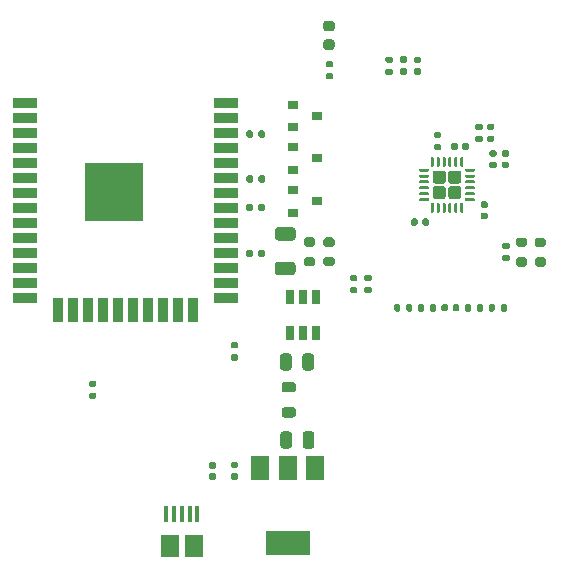
<source format=gbr>
G04 #@! TF.GenerationSoftware,KiCad,Pcbnew,(5.1.7)-1*
G04 #@! TF.CreationDate,2021-04-06T08:46:45-07:00*
G04 #@! TF.ProjectId,EsperDNS,45737065-7244-44e5-932e-6b696361645f,rev?*
G04 #@! TF.SameCoordinates,Original*
G04 #@! TF.FileFunction,Paste,Top*
G04 #@! TF.FilePolarity,Positive*
%FSLAX46Y46*%
G04 Gerber Fmt 4.6, Leading zero omitted, Abs format (unit mm)*
G04 Created by KiCad (PCBNEW (5.1.7)-1) date 2021-04-06 08:46:45*
%MOMM*%
%LPD*%
G01*
G04 APERTURE LIST*
%ADD10R,1.500000X1.900000*%
%ADD11R,0.400000X1.350000*%
%ADD12R,2.000000X0.900000*%
%ADD13R,0.900000X2.000000*%
%ADD14R,5.000000X5.000000*%
%ADD15R,1.500000X2.000000*%
%ADD16R,3.800000X2.000000*%
%ADD17R,0.900000X0.800000*%
%ADD18R,0.700000X1.300000*%
G04 APERTURE END LIST*
D10*
X-10950000Y-22587500D03*
D11*
X-9950000Y-19887500D03*
X-9300000Y-19887500D03*
X-8650000Y-19887500D03*
X-11250000Y-19887500D03*
X-10600000Y-19887500D03*
D10*
X-8950000Y-22587500D03*
G36*
G01*
X250000Y-7475000D02*
X250000Y-6525000D01*
G75*
G02*
X500000Y-6275000I250000J0D01*
G01*
X1000000Y-6275000D01*
G75*
G02*
X1250000Y-6525000I0J-250000D01*
G01*
X1250000Y-7475000D01*
G75*
G02*
X1000000Y-7725000I-250000J0D01*
G01*
X500000Y-7725000D01*
G75*
G02*
X250000Y-7475000I0J250000D01*
G01*
G37*
G36*
G01*
X-1650000Y-7475000D02*
X-1650000Y-6525000D01*
G75*
G02*
X-1400000Y-6275000I250000J0D01*
G01*
X-900000Y-6275000D01*
G75*
G02*
X-650000Y-6525000I0J-250000D01*
G01*
X-650000Y-7475000D01*
G75*
G02*
X-900000Y-7725000I-250000J0D01*
G01*
X-1400000Y-7725000D01*
G75*
G02*
X-1650000Y-7475000I0J250000D01*
G01*
G37*
G36*
G01*
X275000Y-14075000D02*
X275000Y-13125000D01*
G75*
G02*
X525000Y-12875000I250000J0D01*
G01*
X1025000Y-12875000D01*
G75*
G02*
X1275000Y-13125000I0J-250000D01*
G01*
X1275000Y-14075000D01*
G75*
G02*
X1025000Y-14325000I-250000J0D01*
G01*
X525000Y-14325000D01*
G75*
G02*
X275000Y-14075000I0J250000D01*
G01*
G37*
G36*
G01*
X-1625000Y-14075000D02*
X-1625000Y-13125000D01*
G75*
G02*
X-1375000Y-12875000I250000J0D01*
G01*
X-875000Y-12875000D01*
G75*
G02*
X-625000Y-13125000I0J-250000D01*
G01*
X-625000Y-14075000D01*
G75*
G02*
X-875000Y-14325000I-250000J0D01*
G01*
X-1375000Y-14325000D01*
G75*
G02*
X-1625000Y-14075000I0J250000D01*
G01*
G37*
G36*
G01*
X19075000Y2735000D02*
X18525000Y2735000D01*
G75*
G02*
X18325000Y2935000I0J200000D01*
G01*
X18325000Y3335000D01*
G75*
G02*
X18525000Y3535000I200000J0D01*
G01*
X19075000Y3535000D01*
G75*
G02*
X19275000Y3335000I0J-200000D01*
G01*
X19275000Y2935000D01*
G75*
G02*
X19075000Y2735000I-200000J0D01*
G01*
G37*
G36*
G01*
X19075000Y1085000D02*
X18525000Y1085000D01*
G75*
G02*
X18325000Y1285000I0J200000D01*
G01*
X18325000Y1685000D01*
G75*
G02*
X18525000Y1885000I200000J0D01*
G01*
X19075000Y1885000D01*
G75*
G02*
X19275000Y1685000I0J-200000D01*
G01*
X19275000Y1285000D01*
G75*
G02*
X19075000Y1085000I-200000J0D01*
G01*
G37*
G36*
G01*
X20125000Y1875000D02*
X20675000Y1875000D01*
G75*
G02*
X20875000Y1675000I0J-200000D01*
G01*
X20875000Y1275000D01*
G75*
G02*
X20675000Y1075000I-200000J0D01*
G01*
X20125000Y1075000D01*
G75*
G02*
X19925000Y1275000I0J200000D01*
G01*
X19925000Y1675000D01*
G75*
G02*
X20125000Y1875000I200000J0D01*
G01*
G37*
G36*
G01*
X20125000Y3525000D02*
X20675000Y3525000D01*
G75*
G02*
X20875000Y3325000I0J-200000D01*
G01*
X20875000Y2925000D01*
G75*
G02*
X20675000Y2725000I-200000J0D01*
G01*
X20125000Y2725000D01*
G75*
G02*
X19925000Y2925000I0J200000D01*
G01*
X19925000Y3325000D01*
G75*
G02*
X20125000Y3525000I200000J0D01*
G01*
G37*
G36*
G01*
X-1281250Y-10825000D02*
X-518750Y-10825000D01*
G75*
G02*
X-300000Y-11043750I0J-218750D01*
G01*
X-300000Y-11481250D01*
G75*
G02*
X-518750Y-11700000I-218750J0D01*
G01*
X-1281250Y-11700000D01*
G75*
G02*
X-1500000Y-11481250I0J218750D01*
G01*
X-1500000Y-11043750D01*
G75*
G02*
X-1281250Y-10825000I218750J0D01*
G01*
G37*
G36*
G01*
X-1281250Y-8700000D02*
X-518750Y-8700000D01*
G75*
G02*
X-300000Y-8918750I0J-218750D01*
G01*
X-300000Y-9356250D01*
G75*
G02*
X-518750Y-9575000I-218750J0D01*
G01*
X-1281250Y-9575000D01*
G75*
G02*
X-1500000Y-9356250I0J218750D01*
G01*
X-1500000Y-8918750D01*
G75*
G02*
X-1281250Y-8700000I218750J0D01*
G01*
G37*
G36*
G01*
X-3940000Y2385000D02*
X-3940000Y2015000D01*
G75*
G02*
X-4075000Y1880000I-135000J0D01*
G01*
X-4345000Y1880000D01*
G75*
G02*
X-4480000Y2015000I0J135000D01*
G01*
X-4480000Y2385000D01*
G75*
G02*
X-4345000Y2520000I135000J0D01*
G01*
X-4075000Y2520000D01*
G75*
G02*
X-3940000Y2385000I0J-135000D01*
G01*
G37*
G36*
G01*
X-2920000Y2385000D02*
X-2920000Y2015000D01*
G75*
G02*
X-3055000Y1880000I-135000J0D01*
G01*
X-3325000Y1880000D01*
G75*
G02*
X-3460000Y2015000I0J135000D01*
G01*
X-3460000Y2385000D01*
G75*
G02*
X-3325000Y2520000I135000J0D01*
G01*
X-3055000Y2520000D01*
G75*
G02*
X-2920000Y2385000I0J-135000D01*
G01*
G37*
G36*
G01*
X12415000Y8965000D02*
X12415000Y8335000D01*
G75*
G02*
X12165000Y8085000I-250000J0D01*
G01*
X11535000Y8085000D01*
G75*
G02*
X11285000Y8335000I0J250000D01*
G01*
X11285000Y8965000D01*
G75*
G02*
X11535000Y9215000I250000J0D01*
G01*
X12165000Y9215000D01*
G75*
G02*
X12415000Y8965000I0J-250000D01*
G01*
G37*
G36*
G01*
X12415000Y7665000D02*
X12415000Y7035000D01*
G75*
G02*
X12165000Y6785000I-250000J0D01*
G01*
X11535000Y6785000D01*
G75*
G02*
X11285000Y7035000I0J250000D01*
G01*
X11285000Y7665000D01*
G75*
G02*
X11535000Y7915000I250000J0D01*
G01*
X12165000Y7915000D01*
G75*
G02*
X12415000Y7665000I0J-250000D01*
G01*
G37*
G36*
G01*
X13715000Y8965000D02*
X13715000Y8335000D01*
G75*
G02*
X13465000Y8085000I-250000J0D01*
G01*
X12835000Y8085000D01*
G75*
G02*
X12585000Y8335000I0J250000D01*
G01*
X12585000Y8965000D01*
G75*
G02*
X12835000Y9215000I250000J0D01*
G01*
X13465000Y9215000D01*
G75*
G02*
X13715000Y8965000I0J-250000D01*
G01*
G37*
G36*
G01*
X13715000Y7665000D02*
X13715000Y7035000D01*
G75*
G02*
X13465000Y6785000I-250000J0D01*
G01*
X12835000Y6785000D01*
G75*
G02*
X12585000Y7035000I0J250000D01*
G01*
X12585000Y7665000D01*
G75*
G02*
X12835000Y7915000I250000J0D01*
G01*
X13465000Y7915000D01*
G75*
G02*
X13715000Y7665000I0J-250000D01*
G01*
G37*
G36*
G01*
X13875000Y6412500D02*
X13875000Y5712500D01*
G75*
G02*
X13812500Y5650000I-62500J0D01*
G01*
X13687500Y5650000D01*
G75*
G02*
X13625000Y5712500I0J62500D01*
G01*
X13625000Y6412500D01*
G75*
G02*
X13687500Y6475000I62500J0D01*
G01*
X13812500Y6475000D01*
G75*
G02*
X13875000Y6412500I0J-62500D01*
G01*
G37*
G36*
G01*
X13375000Y6412500D02*
X13375000Y5712500D01*
G75*
G02*
X13312500Y5650000I-62500J0D01*
G01*
X13187500Y5650000D01*
G75*
G02*
X13125000Y5712500I0J62500D01*
G01*
X13125000Y6412500D01*
G75*
G02*
X13187500Y6475000I62500J0D01*
G01*
X13312500Y6475000D01*
G75*
G02*
X13375000Y6412500I0J-62500D01*
G01*
G37*
G36*
G01*
X12875000Y6412500D02*
X12875000Y5712500D01*
G75*
G02*
X12812500Y5650000I-62500J0D01*
G01*
X12687500Y5650000D01*
G75*
G02*
X12625000Y5712500I0J62500D01*
G01*
X12625000Y6412500D01*
G75*
G02*
X12687500Y6475000I62500J0D01*
G01*
X12812500Y6475000D01*
G75*
G02*
X12875000Y6412500I0J-62500D01*
G01*
G37*
G36*
G01*
X12375000Y6412500D02*
X12375000Y5712500D01*
G75*
G02*
X12312500Y5650000I-62500J0D01*
G01*
X12187500Y5650000D01*
G75*
G02*
X12125000Y5712500I0J62500D01*
G01*
X12125000Y6412500D01*
G75*
G02*
X12187500Y6475000I62500J0D01*
G01*
X12312500Y6475000D01*
G75*
G02*
X12375000Y6412500I0J-62500D01*
G01*
G37*
G36*
G01*
X11875000Y6412500D02*
X11875000Y5712500D01*
G75*
G02*
X11812500Y5650000I-62500J0D01*
G01*
X11687500Y5650000D01*
G75*
G02*
X11625000Y5712500I0J62500D01*
G01*
X11625000Y6412500D01*
G75*
G02*
X11687500Y6475000I62500J0D01*
G01*
X11812500Y6475000D01*
G75*
G02*
X11875000Y6412500I0J-62500D01*
G01*
G37*
G36*
G01*
X11375000Y6412500D02*
X11375000Y5712500D01*
G75*
G02*
X11312500Y5650000I-62500J0D01*
G01*
X11187500Y5650000D01*
G75*
G02*
X11125000Y5712500I0J62500D01*
G01*
X11125000Y6412500D01*
G75*
G02*
X11187500Y6475000I62500J0D01*
G01*
X11312500Y6475000D01*
G75*
G02*
X11375000Y6412500I0J-62500D01*
G01*
G37*
G36*
G01*
X10975000Y6812500D02*
X10975000Y6687500D01*
G75*
G02*
X10912500Y6625000I-62500J0D01*
G01*
X10212500Y6625000D01*
G75*
G02*
X10150000Y6687500I0J62500D01*
G01*
X10150000Y6812500D01*
G75*
G02*
X10212500Y6875000I62500J0D01*
G01*
X10912500Y6875000D01*
G75*
G02*
X10975000Y6812500I0J-62500D01*
G01*
G37*
G36*
G01*
X10975000Y7312500D02*
X10975000Y7187500D01*
G75*
G02*
X10912500Y7125000I-62500J0D01*
G01*
X10212500Y7125000D01*
G75*
G02*
X10150000Y7187500I0J62500D01*
G01*
X10150000Y7312500D01*
G75*
G02*
X10212500Y7375000I62500J0D01*
G01*
X10912500Y7375000D01*
G75*
G02*
X10975000Y7312500I0J-62500D01*
G01*
G37*
G36*
G01*
X10975000Y7812500D02*
X10975000Y7687500D01*
G75*
G02*
X10912500Y7625000I-62500J0D01*
G01*
X10212500Y7625000D01*
G75*
G02*
X10150000Y7687500I0J62500D01*
G01*
X10150000Y7812500D01*
G75*
G02*
X10212500Y7875000I62500J0D01*
G01*
X10912500Y7875000D01*
G75*
G02*
X10975000Y7812500I0J-62500D01*
G01*
G37*
G36*
G01*
X10975000Y8312500D02*
X10975000Y8187500D01*
G75*
G02*
X10912500Y8125000I-62500J0D01*
G01*
X10212500Y8125000D01*
G75*
G02*
X10150000Y8187500I0J62500D01*
G01*
X10150000Y8312500D01*
G75*
G02*
X10212500Y8375000I62500J0D01*
G01*
X10912500Y8375000D01*
G75*
G02*
X10975000Y8312500I0J-62500D01*
G01*
G37*
G36*
G01*
X10975000Y8812500D02*
X10975000Y8687500D01*
G75*
G02*
X10912500Y8625000I-62500J0D01*
G01*
X10212500Y8625000D01*
G75*
G02*
X10150000Y8687500I0J62500D01*
G01*
X10150000Y8812500D01*
G75*
G02*
X10212500Y8875000I62500J0D01*
G01*
X10912500Y8875000D01*
G75*
G02*
X10975000Y8812500I0J-62500D01*
G01*
G37*
G36*
G01*
X10975000Y9312500D02*
X10975000Y9187500D01*
G75*
G02*
X10912500Y9125000I-62500J0D01*
G01*
X10212500Y9125000D01*
G75*
G02*
X10150000Y9187500I0J62500D01*
G01*
X10150000Y9312500D01*
G75*
G02*
X10212500Y9375000I62500J0D01*
G01*
X10912500Y9375000D01*
G75*
G02*
X10975000Y9312500I0J-62500D01*
G01*
G37*
G36*
G01*
X11375000Y10287500D02*
X11375000Y9587500D01*
G75*
G02*
X11312500Y9525000I-62500J0D01*
G01*
X11187500Y9525000D01*
G75*
G02*
X11125000Y9587500I0J62500D01*
G01*
X11125000Y10287500D01*
G75*
G02*
X11187500Y10350000I62500J0D01*
G01*
X11312500Y10350000D01*
G75*
G02*
X11375000Y10287500I0J-62500D01*
G01*
G37*
G36*
G01*
X11875000Y10287500D02*
X11875000Y9587500D01*
G75*
G02*
X11812500Y9525000I-62500J0D01*
G01*
X11687500Y9525000D01*
G75*
G02*
X11625000Y9587500I0J62500D01*
G01*
X11625000Y10287500D01*
G75*
G02*
X11687500Y10350000I62500J0D01*
G01*
X11812500Y10350000D01*
G75*
G02*
X11875000Y10287500I0J-62500D01*
G01*
G37*
G36*
G01*
X12375000Y10287500D02*
X12375000Y9587500D01*
G75*
G02*
X12312500Y9525000I-62500J0D01*
G01*
X12187500Y9525000D01*
G75*
G02*
X12125000Y9587500I0J62500D01*
G01*
X12125000Y10287500D01*
G75*
G02*
X12187500Y10350000I62500J0D01*
G01*
X12312500Y10350000D01*
G75*
G02*
X12375000Y10287500I0J-62500D01*
G01*
G37*
G36*
G01*
X12875000Y10287500D02*
X12875000Y9587500D01*
G75*
G02*
X12812500Y9525000I-62500J0D01*
G01*
X12687500Y9525000D01*
G75*
G02*
X12625000Y9587500I0J62500D01*
G01*
X12625000Y10287500D01*
G75*
G02*
X12687500Y10350000I62500J0D01*
G01*
X12812500Y10350000D01*
G75*
G02*
X12875000Y10287500I0J-62500D01*
G01*
G37*
G36*
G01*
X13375000Y10287500D02*
X13375000Y9587500D01*
G75*
G02*
X13312500Y9525000I-62500J0D01*
G01*
X13187500Y9525000D01*
G75*
G02*
X13125000Y9587500I0J62500D01*
G01*
X13125000Y10287500D01*
G75*
G02*
X13187500Y10350000I62500J0D01*
G01*
X13312500Y10350000D01*
G75*
G02*
X13375000Y10287500I0J-62500D01*
G01*
G37*
G36*
G01*
X13875000Y10287500D02*
X13875000Y9587500D01*
G75*
G02*
X13812500Y9525000I-62500J0D01*
G01*
X13687500Y9525000D01*
G75*
G02*
X13625000Y9587500I0J62500D01*
G01*
X13625000Y10287500D01*
G75*
G02*
X13687500Y10350000I62500J0D01*
G01*
X13812500Y10350000D01*
G75*
G02*
X13875000Y10287500I0J-62500D01*
G01*
G37*
G36*
G01*
X14850000Y9312500D02*
X14850000Y9187500D01*
G75*
G02*
X14787500Y9125000I-62500J0D01*
G01*
X14087500Y9125000D01*
G75*
G02*
X14025000Y9187500I0J62500D01*
G01*
X14025000Y9312500D01*
G75*
G02*
X14087500Y9375000I62500J0D01*
G01*
X14787500Y9375000D01*
G75*
G02*
X14850000Y9312500I0J-62500D01*
G01*
G37*
G36*
G01*
X14850000Y8812500D02*
X14850000Y8687500D01*
G75*
G02*
X14787500Y8625000I-62500J0D01*
G01*
X14087500Y8625000D01*
G75*
G02*
X14025000Y8687500I0J62500D01*
G01*
X14025000Y8812500D01*
G75*
G02*
X14087500Y8875000I62500J0D01*
G01*
X14787500Y8875000D01*
G75*
G02*
X14850000Y8812500I0J-62500D01*
G01*
G37*
G36*
G01*
X14850000Y8312500D02*
X14850000Y8187500D01*
G75*
G02*
X14787500Y8125000I-62500J0D01*
G01*
X14087500Y8125000D01*
G75*
G02*
X14025000Y8187500I0J62500D01*
G01*
X14025000Y8312500D01*
G75*
G02*
X14087500Y8375000I62500J0D01*
G01*
X14787500Y8375000D01*
G75*
G02*
X14850000Y8312500I0J-62500D01*
G01*
G37*
G36*
G01*
X14850000Y7812500D02*
X14850000Y7687500D01*
G75*
G02*
X14787500Y7625000I-62500J0D01*
G01*
X14087500Y7625000D01*
G75*
G02*
X14025000Y7687500I0J62500D01*
G01*
X14025000Y7812500D01*
G75*
G02*
X14087500Y7875000I62500J0D01*
G01*
X14787500Y7875000D01*
G75*
G02*
X14850000Y7812500I0J-62500D01*
G01*
G37*
G36*
G01*
X14850000Y7312500D02*
X14850000Y7187500D01*
G75*
G02*
X14787500Y7125000I-62500J0D01*
G01*
X14087500Y7125000D01*
G75*
G02*
X14025000Y7187500I0J62500D01*
G01*
X14025000Y7312500D01*
G75*
G02*
X14087500Y7375000I62500J0D01*
G01*
X14787500Y7375000D01*
G75*
G02*
X14850000Y7312500I0J-62500D01*
G01*
G37*
G36*
G01*
X14850000Y6812500D02*
X14850000Y6687500D01*
G75*
G02*
X14787500Y6625000I-62500J0D01*
G01*
X14087500Y6625000D01*
G75*
G02*
X14025000Y6687500I0J62500D01*
G01*
X14025000Y6812500D01*
G75*
G02*
X14087500Y6875000I62500J0D01*
G01*
X14787500Y6875000D01*
G75*
G02*
X14850000Y6812500I0J-62500D01*
G01*
G37*
D12*
X-6200000Y14900000D03*
X-6200000Y13630000D03*
X-6200000Y12360000D03*
X-6200000Y11090000D03*
X-6200000Y9820000D03*
X-6200000Y8550000D03*
X-6200000Y7280000D03*
X-6200000Y6010000D03*
X-6200000Y4740000D03*
X-6200000Y3470000D03*
X-6200000Y2200000D03*
X-6200000Y930000D03*
X-6200000Y-340000D03*
X-6200000Y-1610000D03*
D13*
X-8985000Y-2610000D03*
X-10255000Y-2610000D03*
X-11525000Y-2610000D03*
X-12795000Y-2610000D03*
X-14065000Y-2610000D03*
X-15335000Y-2610000D03*
X-16605000Y-2610000D03*
X-17875000Y-2610000D03*
X-19145000Y-2610000D03*
X-20415000Y-2610000D03*
D12*
X-23200000Y-1610000D03*
X-23200000Y-340000D03*
X-23200000Y930000D03*
X-23200000Y2200000D03*
X-23200000Y3470000D03*
X-23200000Y4740000D03*
X-23200000Y6010000D03*
X-23200000Y7280000D03*
X-23200000Y8550000D03*
X-23200000Y9820000D03*
X-23200000Y11090000D03*
X-23200000Y12360000D03*
X-23200000Y13630000D03*
X-23200000Y14900000D03*
D14*
X-15700000Y7400000D03*
D15*
X1300000Y-16000000D03*
X-3300000Y-16000000D03*
X-1000000Y-16000000D03*
D16*
X-1000000Y-22300000D03*
G36*
G01*
X8985000Y18340000D02*
X8615000Y18340000D01*
G75*
G02*
X8480000Y18475000I0J135000D01*
G01*
X8480000Y18745000D01*
G75*
G02*
X8615000Y18880000I135000J0D01*
G01*
X8985000Y18880000D01*
G75*
G02*
X9120000Y18745000I0J-135000D01*
G01*
X9120000Y18475000D01*
G75*
G02*
X8985000Y18340000I-135000J0D01*
G01*
G37*
G36*
G01*
X8985000Y17320000D02*
X8615000Y17320000D01*
G75*
G02*
X8480000Y17455000I0J135000D01*
G01*
X8480000Y17725000D01*
G75*
G02*
X8615000Y17860000I135000J0D01*
G01*
X8985000Y17860000D01*
G75*
G02*
X9120000Y17725000I0J-135000D01*
G01*
X9120000Y17455000D01*
G75*
G02*
X8985000Y17320000I-135000J0D01*
G01*
G37*
G36*
G01*
X17315000Y2060000D02*
X17685000Y2060000D01*
G75*
G02*
X17820000Y1925000I0J-135000D01*
G01*
X17820000Y1655000D01*
G75*
G02*
X17685000Y1520000I-135000J0D01*
G01*
X17315000Y1520000D01*
G75*
G02*
X17180000Y1655000I0J135000D01*
G01*
X17180000Y1925000D01*
G75*
G02*
X17315000Y2060000I135000J0D01*
G01*
G37*
G36*
G01*
X17315000Y3080000D02*
X17685000Y3080000D01*
G75*
G02*
X17820000Y2945000I0J-135000D01*
G01*
X17820000Y2675000D01*
G75*
G02*
X17685000Y2540000I-135000J0D01*
G01*
X17315000Y2540000D01*
G75*
G02*
X17180000Y2675000I0J135000D01*
G01*
X17180000Y2945000D01*
G75*
G02*
X17315000Y3080000I135000J0D01*
G01*
G37*
G36*
G01*
X11885000Y11950000D02*
X11515000Y11950000D01*
G75*
G02*
X11380000Y12085000I0J135000D01*
G01*
X11380000Y12355000D01*
G75*
G02*
X11515000Y12490000I135000J0D01*
G01*
X11885000Y12490000D01*
G75*
G02*
X12020000Y12355000I0J-135000D01*
G01*
X12020000Y12085000D01*
G75*
G02*
X11885000Y11950000I-135000J0D01*
G01*
G37*
G36*
G01*
X11885000Y10930000D02*
X11515000Y10930000D01*
G75*
G02*
X11380000Y11065000I0J135000D01*
G01*
X11380000Y11335000D01*
G75*
G02*
X11515000Y11470000I135000J0D01*
G01*
X11885000Y11470000D01*
G75*
G02*
X12020000Y11335000I0J-135000D01*
G01*
X12020000Y11065000D01*
G75*
G02*
X11885000Y10930000I-135000J0D01*
G01*
G37*
G36*
G01*
X16385000Y12650000D02*
X16015000Y12650000D01*
G75*
G02*
X15880000Y12785000I0J135000D01*
G01*
X15880000Y13055000D01*
G75*
G02*
X16015000Y13190000I135000J0D01*
G01*
X16385000Y13190000D01*
G75*
G02*
X16520000Y13055000I0J-135000D01*
G01*
X16520000Y12785000D01*
G75*
G02*
X16385000Y12650000I-135000J0D01*
G01*
G37*
G36*
G01*
X16385000Y11630000D02*
X16015000Y11630000D01*
G75*
G02*
X15880000Y11765000I0J135000D01*
G01*
X15880000Y12035000D01*
G75*
G02*
X16015000Y12170000I135000J0D01*
G01*
X16385000Y12170000D01*
G75*
G02*
X16520000Y12035000I0J-135000D01*
G01*
X16520000Y11765000D01*
G75*
G02*
X16385000Y11630000I-135000J0D01*
G01*
G37*
G36*
G01*
X15385000Y12650000D02*
X15015000Y12650000D01*
G75*
G02*
X14880000Y12785000I0J135000D01*
G01*
X14880000Y13055000D01*
G75*
G02*
X15015000Y13190000I135000J0D01*
G01*
X15385000Y13190000D01*
G75*
G02*
X15520000Y13055000I0J-135000D01*
G01*
X15520000Y12785000D01*
G75*
G02*
X15385000Y12650000I-135000J0D01*
G01*
G37*
G36*
G01*
X15385000Y11630000D02*
X15015000Y11630000D01*
G75*
G02*
X14880000Y11765000I0J135000D01*
G01*
X14880000Y12035000D01*
G75*
G02*
X15015000Y12170000I135000J0D01*
G01*
X15385000Y12170000D01*
G75*
G02*
X15520000Y12035000I0J-135000D01*
G01*
X15520000Y11765000D01*
G75*
G02*
X15385000Y11630000I-135000J0D01*
G01*
G37*
G36*
G01*
X15030000Y-2585000D02*
X15030000Y-2215000D01*
G75*
G02*
X15165000Y-2080000I135000J0D01*
G01*
X15435000Y-2080000D01*
G75*
G02*
X15570000Y-2215000I0J-135000D01*
G01*
X15570000Y-2585000D01*
G75*
G02*
X15435000Y-2720000I-135000J0D01*
G01*
X15165000Y-2720000D01*
G75*
G02*
X15030000Y-2585000I0J135000D01*
G01*
G37*
G36*
G01*
X14010000Y-2585000D02*
X14010000Y-2215000D01*
G75*
G02*
X14145000Y-2080000I135000J0D01*
G01*
X14415000Y-2080000D01*
G75*
G02*
X14550000Y-2215000I0J-135000D01*
G01*
X14550000Y-2585000D01*
G75*
G02*
X14415000Y-2720000I-135000J0D01*
G01*
X14145000Y-2720000D01*
G75*
G02*
X14010000Y-2585000I0J135000D01*
G01*
G37*
G36*
G01*
X16570000Y-2215000D02*
X16570000Y-2585000D01*
G75*
G02*
X16435000Y-2720000I-135000J0D01*
G01*
X16165000Y-2720000D01*
G75*
G02*
X16030000Y-2585000I0J135000D01*
G01*
X16030000Y-2215000D01*
G75*
G02*
X16165000Y-2080000I135000J0D01*
G01*
X16435000Y-2080000D01*
G75*
G02*
X16570000Y-2215000I0J-135000D01*
G01*
G37*
G36*
G01*
X17590000Y-2215000D02*
X17590000Y-2585000D01*
G75*
G02*
X17455000Y-2720000I-135000J0D01*
G01*
X17185000Y-2720000D01*
G75*
G02*
X17050000Y-2585000I0J135000D01*
G01*
X17050000Y-2215000D01*
G75*
G02*
X17185000Y-2080000I135000J0D01*
G01*
X17455000Y-2080000D01*
G75*
G02*
X17590000Y-2215000I0J-135000D01*
G01*
G37*
G36*
G01*
X9030000Y-2585000D02*
X9030000Y-2215000D01*
G75*
G02*
X9165000Y-2080000I135000J0D01*
G01*
X9435000Y-2080000D01*
G75*
G02*
X9570000Y-2215000I0J-135000D01*
G01*
X9570000Y-2585000D01*
G75*
G02*
X9435000Y-2720000I-135000J0D01*
G01*
X9165000Y-2720000D01*
G75*
G02*
X9030000Y-2585000I0J135000D01*
G01*
G37*
G36*
G01*
X8010000Y-2585000D02*
X8010000Y-2215000D01*
G75*
G02*
X8145000Y-2080000I135000J0D01*
G01*
X8415000Y-2080000D01*
G75*
G02*
X8550000Y-2215000I0J-135000D01*
G01*
X8550000Y-2585000D01*
G75*
G02*
X8415000Y-2720000I-135000J0D01*
G01*
X8145000Y-2720000D01*
G75*
G02*
X8010000Y-2585000I0J135000D01*
G01*
G37*
G36*
G01*
X10570000Y-2215000D02*
X10570000Y-2585000D01*
G75*
G02*
X10435000Y-2720000I-135000J0D01*
G01*
X10165000Y-2720000D01*
G75*
G02*
X10030000Y-2585000I0J135000D01*
G01*
X10030000Y-2215000D01*
G75*
G02*
X10165000Y-2080000I135000J0D01*
G01*
X10435000Y-2080000D01*
G75*
G02*
X10570000Y-2215000I0J-135000D01*
G01*
G37*
G36*
G01*
X11590000Y-2215000D02*
X11590000Y-2585000D01*
G75*
G02*
X11455000Y-2720000I-135000J0D01*
G01*
X11185000Y-2720000D01*
G75*
G02*
X11050000Y-2585000I0J135000D01*
G01*
X11050000Y-2215000D01*
G75*
G02*
X11185000Y-2080000I135000J0D01*
G01*
X11455000Y-2080000D01*
G75*
G02*
X11590000Y-2215000I0J-135000D01*
G01*
G37*
G36*
G01*
X4785000Y-170000D02*
X4415000Y-170000D01*
G75*
G02*
X4280000Y-35000I0J135000D01*
G01*
X4280000Y235000D01*
G75*
G02*
X4415000Y370000I135000J0D01*
G01*
X4785000Y370000D01*
G75*
G02*
X4920000Y235000I0J-135000D01*
G01*
X4920000Y-35000D01*
G75*
G02*
X4785000Y-170000I-135000J0D01*
G01*
G37*
G36*
G01*
X4785000Y-1190000D02*
X4415000Y-1190000D01*
G75*
G02*
X4280000Y-1055000I0J135000D01*
G01*
X4280000Y-785000D01*
G75*
G02*
X4415000Y-650000I135000J0D01*
G01*
X4785000Y-650000D01*
G75*
G02*
X4920000Y-785000I0J-135000D01*
G01*
X4920000Y-1055000D01*
G75*
G02*
X4785000Y-1190000I-135000J0D01*
G01*
G37*
G36*
G01*
X5985000Y-160000D02*
X5615000Y-160000D01*
G75*
G02*
X5480000Y-25000I0J135000D01*
G01*
X5480000Y245000D01*
G75*
G02*
X5615000Y380000I135000J0D01*
G01*
X5985000Y380000D01*
G75*
G02*
X6120000Y245000I0J-135000D01*
G01*
X6120000Y-25000D01*
G75*
G02*
X5985000Y-160000I-135000J0D01*
G01*
G37*
G36*
G01*
X5985000Y-1180000D02*
X5615000Y-1180000D01*
G75*
G02*
X5480000Y-1045000I0J135000D01*
G01*
X5480000Y-775000D01*
G75*
G02*
X5615000Y-640000I135000J0D01*
G01*
X5985000Y-640000D01*
G75*
G02*
X6120000Y-775000I0J-135000D01*
G01*
X6120000Y-1045000D01*
G75*
G02*
X5985000Y-1180000I-135000J0D01*
G01*
G37*
G36*
G01*
X7415000Y17850000D02*
X7785000Y17850000D01*
G75*
G02*
X7920000Y17715000I0J-135000D01*
G01*
X7920000Y17445000D01*
G75*
G02*
X7785000Y17310000I-135000J0D01*
G01*
X7415000Y17310000D01*
G75*
G02*
X7280000Y17445000I0J135000D01*
G01*
X7280000Y17715000D01*
G75*
G02*
X7415000Y17850000I135000J0D01*
G01*
G37*
G36*
G01*
X7415000Y18870000D02*
X7785000Y18870000D01*
G75*
G02*
X7920000Y18735000I0J-135000D01*
G01*
X7920000Y18465000D01*
G75*
G02*
X7785000Y18330000I-135000J0D01*
G01*
X7415000Y18330000D01*
G75*
G02*
X7280000Y18465000I0J135000D01*
G01*
X7280000Y18735000D01*
G75*
G02*
X7415000Y18870000I135000J0D01*
G01*
G37*
G36*
G01*
X-3470000Y12115000D02*
X-3470000Y12485000D01*
G75*
G02*
X-3335000Y12620000I135000J0D01*
G01*
X-3065000Y12620000D01*
G75*
G02*
X-2930000Y12485000I0J-135000D01*
G01*
X-2930000Y12115000D01*
G75*
G02*
X-3065000Y11980000I-135000J0D01*
G01*
X-3335000Y11980000D01*
G75*
G02*
X-3470000Y12115000I0J135000D01*
G01*
G37*
G36*
G01*
X-4490000Y12115000D02*
X-4490000Y12485000D01*
G75*
G02*
X-4355000Y12620000I135000J0D01*
G01*
X-4085000Y12620000D01*
G75*
G02*
X-3950000Y12485000I0J-135000D01*
G01*
X-3950000Y12115000D01*
G75*
G02*
X-4085000Y11980000I-135000J0D01*
G01*
X-4355000Y11980000D01*
G75*
G02*
X-4490000Y12115000I0J135000D01*
G01*
G37*
G36*
G01*
X-17315000Y-9110000D02*
X-17685000Y-9110000D01*
G75*
G02*
X-17820000Y-8975000I0J135000D01*
G01*
X-17820000Y-8705000D01*
G75*
G02*
X-17685000Y-8570000I135000J0D01*
G01*
X-17315000Y-8570000D01*
G75*
G02*
X-17180000Y-8705000I0J-135000D01*
G01*
X-17180000Y-8975000D01*
G75*
G02*
X-17315000Y-9110000I-135000J0D01*
G01*
G37*
G36*
G01*
X-17315000Y-10130000D02*
X-17685000Y-10130000D01*
G75*
G02*
X-17820000Y-9995000I0J135000D01*
G01*
X-17820000Y-9725000D01*
G75*
G02*
X-17685000Y-9590000I135000J0D01*
G01*
X-17315000Y-9590000D01*
G75*
G02*
X-17180000Y-9725000I0J-135000D01*
G01*
X-17180000Y-9995000D01*
G75*
G02*
X-17315000Y-10130000I-135000J0D01*
G01*
G37*
G36*
G01*
X-3460000Y8315000D02*
X-3460000Y8685000D01*
G75*
G02*
X-3325000Y8820000I135000J0D01*
G01*
X-3055000Y8820000D01*
G75*
G02*
X-2920000Y8685000I0J-135000D01*
G01*
X-2920000Y8315000D01*
G75*
G02*
X-3055000Y8180000I-135000J0D01*
G01*
X-3325000Y8180000D01*
G75*
G02*
X-3460000Y8315000I0J135000D01*
G01*
G37*
G36*
G01*
X-4480000Y8315000D02*
X-4480000Y8685000D01*
G75*
G02*
X-4345000Y8820000I135000J0D01*
G01*
X-4075000Y8820000D01*
G75*
G02*
X-3940000Y8685000I0J-135000D01*
G01*
X-3940000Y8315000D01*
G75*
G02*
X-4075000Y8180000I-135000J0D01*
G01*
X-4345000Y8180000D01*
G75*
G02*
X-4480000Y8315000I0J135000D01*
G01*
G37*
G36*
G01*
X-3470000Y5915000D02*
X-3470000Y6285000D01*
G75*
G02*
X-3335000Y6420000I135000J0D01*
G01*
X-3065000Y6420000D01*
G75*
G02*
X-2930000Y6285000I0J-135000D01*
G01*
X-2930000Y5915000D01*
G75*
G02*
X-3065000Y5780000I-135000J0D01*
G01*
X-3335000Y5780000D01*
G75*
G02*
X-3470000Y5915000I0J135000D01*
G01*
G37*
G36*
G01*
X-4490000Y5915000D02*
X-4490000Y6285000D01*
G75*
G02*
X-4355000Y6420000I135000J0D01*
G01*
X-4085000Y6420000D01*
G75*
G02*
X-3950000Y6285000I0J-135000D01*
G01*
X-3950000Y5915000D01*
G75*
G02*
X-4085000Y5780000I-135000J0D01*
G01*
X-4355000Y5780000D01*
G75*
G02*
X-4490000Y5915000I0J135000D01*
G01*
G37*
G36*
G01*
X-574998Y3287500D02*
X-1825002Y3287500D01*
G75*
G02*
X-2075000Y3537498I0J249998D01*
G01*
X-2075000Y4162502D01*
G75*
G02*
X-1825002Y4412500I249998J0D01*
G01*
X-574998Y4412500D01*
G75*
G02*
X-325000Y4162502I0J-249998D01*
G01*
X-325000Y3537498D01*
G75*
G02*
X-574998Y3287500I-249998J0D01*
G01*
G37*
G36*
G01*
X-574998Y362500D02*
X-1825002Y362500D01*
G75*
G02*
X-2075000Y612498I0J249998D01*
G01*
X-2075000Y1237502D01*
G75*
G02*
X-1825002Y1487500I249998J0D01*
G01*
X-574998Y1487500D01*
G75*
G02*
X-325000Y1237502I0J-249998D01*
G01*
X-325000Y612498D01*
G75*
G02*
X-574998Y362500I-249998J0D01*
G01*
G37*
G36*
G01*
X1125000Y2750000D02*
X575000Y2750000D01*
G75*
G02*
X375000Y2950000I0J200000D01*
G01*
X375000Y3350000D01*
G75*
G02*
X575000Y3550000I200000J0D01*
G01*
X1125000Y3550000D01*
G75*
G02*
X1325000Y3350000I0J-200000D01*
G01*
X1325000Y2950000D01*
G75*
G02*
X1125000Y2750000I-200000J0D01*
G01*
G37*
G36*
G01*
X1125000Y1100000D02*
X575000Y1100000D01*
G75*
G02*
X375000Y1300000I0J200000D01*
G01*
X375000Y1700000D01*
G75*
G02*
X575000Y1900000I200000J0D01*
G01*
X1125000Y1900000D01*
G75*
G02*
X1325000Y1700000I0J-200000D01*
G01*
X1325000Y1300000D01*
G75*
G02*
X1125000Y1100000I-200000J0D01*
G01*
G37*
G36*
G01*
X2775000Y2750000D02*
X2225000Y2750000D01*
G75*
G02*
X2025000Y2950000I0J200000D01*
G01*
X2025000Y3350000D01*
G75*
G02*
X2225000Y3550000I200000J0D01*
G01*
X2775000Y3550000D01*
G75*
G02*
X2975000Y3350000I0J-200000D01*
G01*
X2975000Y2950000D01*
G75*
G02*
X2775000Y2750000I-200000J0D01*
G01*
G37*
G36*
G01*
X2775000Y1100000D02*
X2225000Y1100000D01*
G75*
G02*
X2025000Y1300000I0J200000D01*
G01*
X2025000Y1700000D01*
G75*
G02*
X2225000Y1900000I200000J0D01*
G01*
X2775000Y1900000D01*
G75*
G02*
X2975000Y1700000I0J-200000D01*
G01*
X2975000Y1300000D01*
G75*
G02*
X2775000Y1100000I-200000J0D01*
G01*
G37*
G36*
G01*
X-5315000Y-5850000D02*
X-5685000Y-5850000D01*
G75*
G02*
X-5820000Y-5715000I0J135000D01*
G01*
X-5820000Y-5445000D01*
G75*
G02*
X-5685000Y-5310000I135000J0D01*
G01*
X-5315000Y-5310000D01*
G75*
G02*
X-5180000Y-5445000I0J-135000D01*
G01*
X-5180000Y-5715000D01*
G75*
G02*
X-5315000Y-5850000I-135000J0D01*
G01*
G37*
G36*
G01*
X-5315000Y-6870000D02*
X-5685000Y-6870000D01*
G75*
G02*
X-5820000Y-6735000I0J135000D01*
G01*
X-5820000Y-6465000D01*
G75*
G02*
X-5685000Y-6330000I135000J0D01*
G01*
X-5315000Y-6330000D01*
G75*
G02*
X-5180000Y-6465000I0J-135000D01*
G01*
X-5180000Y-6735000D01*
G75*
G02*
X-5315000Y-6870000I-135000J0D01*
G01*
G37*
G36*
G01*
X2735000Y17950000D02*
X2365000Y17950000D01*
G75*
G02*
X2230000Y18085000I0J135000D01*
G01*
X2230000Y18355000D01*
G75*
G02*
X2365000Y18490000I135000J0D01*
G01*
X2735000Y18490000D01*
G75*
G02*
X2870000Y18355000I0J-135000D01*
G01*
X2870000Y18085000D01*
G75*
G02*
X2735000Y17950000I-135000J0D01*
G01*
G37*
G36*
G01*
X2735000Y16930000D02*
X2365000Y16930000D01*
G75*
G02*
X2230000Y17065000I0J135000D01*
G01*
X2230000Y17335000D01*
G75*
G02*
X2365000Y17470000I135000J0D01*
G01*
X2735000Y17470000D01*
G75*
G02*
X2870000Y17335000I0J-135000D01*
G01*
X2870000Y17065000D01*
G75*
G02*
X2735000Y16930000I-135000J0D01*
G01*
G37*
D17*
X1500000Y13850000D03*
X-500000Y12900000D03*
X-500000Y14800000D03*
X1500000Y6600000D03*
X-500000Y5650000D03*
X-500000Y7550000D03*
X1500000Y10250000D03*
X-500000Y9300000D03*
X-500000Y11200000D03*
D18*
X1400000Y-4550000D03*
X300000Y-4550000D03*
X-800000Y-4550000D03*
X-800000Y-1450000D03*
X300000Y-1450000D03*
X1400000Y-1450000D03*
G36*
G01*
X2243750Y20312500D02*
X2756250Y20312500D01*
G75*
G02*
X2975000Y20093750I0J-218750D01*
G01*
X2975000Y19656250D01*
G75*
G02*
X2756250Y19437500I-218750J0D01*
G01*
X2243750Y19437500D01*
G75*
G02*
X2025000Y19656250I0J218750D01*
G01*
X2025000Y20093750D01*
G75*
G02*
X2243750Y20312500I218750J0D01*
G01*
G37*
G36*
G01*
X2243750Y21887500D02*
X2756250Y21887500D01*
G75*
G02*
X2975000Y21668750I0J-218750D01*
G01*
X2975000Y21231250D01*
G75*
G02*
X2756250Y21012500I-218750J0D01*
G01*
X2243750Y21012500D01*
G75*
G02*
X2025000Y21231250I0J218750D01*
G01*
X2025000Y21668750D01*
G75*
G02*
X2243750Y21887500I218750J0D01*
G01*
G37*
G36*
G01*
X12980000Y-2570000D02*
X12980000Y-2230000D01*
G75*
G02*
X13120000Y-2090000I140000J0D01*
G01*
X13400000Y-2090000D01*
G75*
G02*
X13540000Y-2230000I0J-140000D01*
G01*
X13540000Y-2570000D01*
G75*
G02*
X13400000Y-2710000I-140000J0D01*
G01*
X13120000Y-2710000D01*
G75*
G02*
X12980000Y-2570000I0J140000D01*
G01*
G37*
G36*
G01*
X12020000Y-2570000D02*
X12020000Y-2230000D01*
G75*
G02*
X12160000Y-2090000I140000J0D01*
G01*
X12440000Y-2090000D01*
G75*
G02*
X12580000Y-2230000I0J-140000D01*
G01*
X12580000Y-2570000D01*
G75*
G02*
X12440000Y-2710000I-140000J0D01*
G01*
X12160000Y-2710000D01*
G75*
G02*
X12020000Y-2570000I0J140000D01*
G01*
G37*
G36*
G01*
X17620000Y10380000D02*
X17280000Y10380000D01*
G75*
G02*
X17140000Y10520000I0J140000D01*
G01*
X17140000Y10800000D01*
G75*
G02*
X17280000Y10940000I140000J0D01*
G01*
X17620000Y10940000D01*
G75*
G02*
X17760000Y10800000I0J-140000D01*
G01*
X17760000Y10520000D01*
G75*
G02*
X17620000Y10380000I-140000J0D01*
G01*
G37*
G36*
G01*
X17620000Y9420000D02*
X17280000Y9420000D01*
G75*
G02*
X17140000Y9560000I0J140000D01*
G01*
X17140000Y9840000D01*
G75*
G02*
X17280000Y9980000I140000J0D01*
G01*
X17620000Y9980000D01*
G75*
G02*
X17760000Y9840000I0J-140000D01*
G01*
X17760000Y9560000D01*
G75*
G02*
X17620000Y9420000I-140000J0D01*
G01*
G37*
G36*
G01*
X16570000Y10380000D02*
X16230000Y10380000D01*
G75*
G02*
X16090000Y10520000I0J140000D01*
G01*
X16090000Y10800000D01*
G75*
G02*
X16230000Y10940000I140000J0D01*
G01*
X16570000Y10940000D01*
G75*
G02*
X16710000Y10800000I0J-140000D01*
G01*
X16710000Y10520000D01*
G75*
G02*
X16570000Y10380000I-140000J0D01*
G01*
G37*
G36*
G01*
X16570000Y9420000D02*
X16230000Y9420000D01*
G75*
G02*
X16090000Y9560000I0J140000D01*
G01*
X16090000Y9840000D01*
G75*
G02*
X16230000Y9980000I140000J0D01*
G01*
X16570000Y9980000D01*
G75*
G02*
X16710000Y9840000I0J-140000D01*
G01*
X16710000Y9560000D01*
G75*
G02*
X16570000Y9420000I-140000J0D01*
G01*
G37*
G36*
G01*
X13800000Y11080000D02*
X13800000Y11420000D01*
G75*
G02*
X13940000Y11560000I140000J0D01*
G01*
X14220000Y11560000D01*
G75*
G02*
X14360000Y11420000I0J-140000D01*
G01*
X14360000Y11080000D01*
G75*
G02*
X14220000Y10940000I-140000J0D01*
G01*
X13940000Y10940000D01*
G75*
G02*
X13800000Y11080000I0J140000D01*
G01*
G37*
G36*
G01*
X12840000Y11080000D02*
X12840000Y11420000D01*
G75*
G02*
X12980000Y11560000I140000J0D01*
G01*
X13260000Y11560000D01*
G75*
G02*
X13400000Y11420000I0J-140000D01*
G01*
X13400000Y11080000D01*
G75*
G02*
X13260000Y10940000I-140000J0D01*
G01*
X12980000Y10940000D01*
G75*
G02*
X12840000Y11080000I0J140000D01*
G01*
G37*
G36*
G01*
X10020000Y5020000D02*
X10020000Y4680000D01*
G75*
G02*
X9880000Y4540000I-140000J0D01*
G01*
X9600000Y4540000D01*
G75*
G02*
X9460000Y4680000I0J140000D01*
G01*
X9460000Y5020000D01*
G75*
G02*
X9600000Y5160000I140000J0D01*
G01*
X9880000Y5160000D01*
G75*
G02*
X10020000Y5020000I0J-140000D01*
G01*
G37*
G36*
G01*
X10980000Y5020000D02*
X10980000Y4680000D01*
G75*
G02*
X10840000Y4540000I-140000J0D01*
G01*
X10560000Y4540000D01*
G75*
G02*
X10420000Y4680000I0J140000D01*
G01*
X10420000Y5020000D01*
G75*
G02*
X10560000Y5160000I140000J0D01*
G01*
X10840000Y5160000D01*
G75*
G02*
X10980000Y5020000I0J-140000D01*
G01*
G37*
G36*
G01*
X15480000Y5650000D02*
X15820000Y5650000D01*
G75*
G02*
X15960000Y5510000I0J-140000D01*
G01*
X15960000Y5230000D01*
G75*
G02*
X15820000Y5090000I-140000J0D01*
G01*
X15480000Y5090000D01*
G75*
G02*
X15340000Y5230000I0J140000D01*
G01*
X15340000Y5510000D01*
G75*
G02*
X15480000Y5650000I140000J0D01*
G01*
G37*
G36*
G01*
X15480000Y6610000D02*
X15820000Y6610000D01*
G75*
G02*
X15960000Y6470000I0J-140000D01*
G01*
X15960000Y6190000D01*
G75*
G02*
X15820000Y6050000I-140000J0D01*
G01*
X15480000Y6050000D01*
G75*
G02*
X15340000Y6190000I0J140000D01*
G01*
X15340000Y6470000D01*
G75*
G02*
X15480000Y6610000I140000J0D01*
G01*
G37*
G36*
G01*
X10170000Y18300000D02*
X9830000Y18300000D01*
G75*
G02*
X9690000Y18440000I0J140000D01*
G01*
X9690000Y18720000D01*
G75*
G02*
X9830000Y18860000I140000J0D01*
G01*
X10170000Y18860000D01*
G75*
G02*
X10310000Y18720000I0J-140000D01*
G01*
X10310000Y18440000D01*
G75*
G02*
X10170000Y18300000I-140000J0D01*
G01*
G37*
G36*
G01*
X10170000Y17340000D02*
X9830000Y17340000D01*
G75*
G02*
X9690000Y17480000I0J140000D01*
G01*
X9690000Y17760000D01*
G75*
G02*
X9830000Y17900000I140000J0D01*
G01*
X10170000Y17900000D01*
G75*
G02*
X10310000Y17760000I0J-140000D01*
G01*
X10310000Y17480000D01*
G75*
G02*
X10170000Y17340000I-140000J0D01*
G01*
G37*
G36*
G01*
X-5670000Y-16400000D02*
X-5330000Y-16400000D01*
G75*
G02*
X-5190000Y-16540000I0J-140000D01*
G01*
X-5190000Y-16820000D01*
G75*
G02*
X-5330000Y-16960000I-140000J0D01*
G01*
X-5670000Y-16960000D01*
G75*
G02*
X-5810000Y-16820000I0J140000D01*
G01*
X-5810000Y-16540000D01*
G75*
G02*
X-5670000Y-16400000I140000J0D01*
G01*
G37*
G36*
G01*
X-5670000Y-15440000D02*
X-5330000Y-15440000D01*
G75*
G02*
X-5190000Y-15580000I0J-140000D01*
G01*
X-5190000Y-15860000D01*
G75*
G02*
X-5330000Y-16000000I-140000J0D01*
G01*
X-5670000Y-16000000D01*
G75*
G02*
X-5810000Y-15860000I0J140000D01*
G01*
X-5810000Y-15580000D01*
G75*
G02*
X-5670000Y-15440000I140000J0D01*
G01*
G37*
G36*
G01*
X-7520000Y-16420000D02*
X-7180000Y-16420000D01*
G75*
G02*
X-7040000Y-16560000I0J-140000D01*
G01*
X-7040000Y-16840000D01*
G75*
G02*
X-7180000Y-16980000I-140000J0D01*
G01*
X-7520000Y-16980000D01*
G75*
G02*
X-7660000Y-16840000I0J140000D01*
G01*
X-7660000Y-16560000D01*
G75*
G02*
X-7520000Y-16420000I140000J0D01*
G01*
G37*
G36*
G01*
X-7520000Y-15460000D02*
X-7180000Y-15460000D01*
G75*
G02*
X-7040000Y-15600000I0J-140000D01*
G01*
X-7040000Y-15880000D01*
G75*
G02*
X-7180000Y-16020000I-140000J0D01*
G01*
X-7520000Y-16020000D01*
G75*
G02*
X-7660000Y-15880000I0J140000D01*
G01*
X-7660000Y-15600000D01*
G75*
G02*
X-7520000Y-15460000I140000J0D01*
G01*
G37*
M02*

</source>
